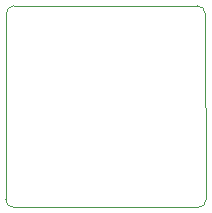
<source format=gbr>
%TF.GenerationSoftware,KiCad,Pcbnew,(6.0.1)*%
%TF.CreationDate,2023-03-07T00:34:02-05:00*%
%TF.ProjectId,PCBFiles_Node_Extra,50434246-696c-4657-935f-4e6f64655f45,rev?*%
%TF.SameCoordinates,Original*%
%TF.FileFunction,Profile,NP*%
%FSLAX46Y46*%
G04 Gerber Fmt 4.6, Leading zero omitted, Abs format (unit mm)*
G04 Created by KiCad (PCBNEW (6.0.1)) date 2023-03-07 00:34:02*
%MOMM*%
%LPD*%
G01*
G04 APERTURE LIST*
%TA.AperFunction,Profile*%
%ADD10C,0.100000*%
%TD*%
G04 APERTURE END LIST*
D10*
X117867903Y-82888362D02*
G75*
G03*
X117211277Y-83556651I1821J-658517D01*
G01*
X117166727Y-99283327D02*
G75*
G03*
X117836651Y-99953327I660144J-9854D01*
G01*
X133473327Y-99953273D02*
G75*
G03*
X134143327Y-99283349I9854J660144D01*
G01*
X134066625Y-83561637D02*
G75*
G03*
X133396701Y-82891637I-660143J9855D01*
G01*
X117867903Y-82888363D02*
X133396701Y-82891637D01*
X117166726Y-99283327D02*
X117211277Y-83556651D01*
X133473327Y-99953274D02*
X117836651Y-99953327D01*
X134066626Y-83561637D02*
X134143327Y-99283349D01*
M02*

</source>
